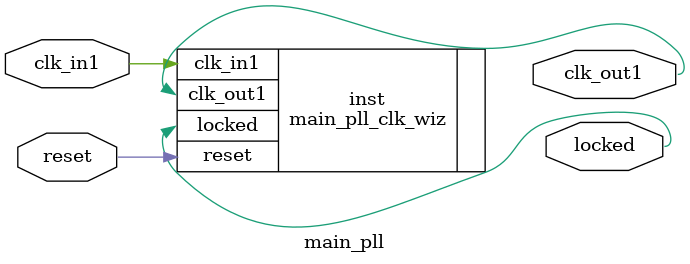
<source format=v>


`timescale 1ps/1ps

(* CORE_GENERATION_INFO = "main_pll,clk_wiz_v6_0_2_0_0,{component_name=main_pll,use_phase_alignment=true,use_min_o_jitter=false,use_max_i_jitter=false,use_dyn_phase_shift=false,use_inclk_switchover=false,use_dyn_reconfig=false,enable_axi=0,feedback_source=FDBK_AUTO,PRIMITIVE=MMCM,num_out_clk=1,clkin1_period=20.000,clkin2_period=10.0,use_power_down=false,use_reset=true,use_locked=true,use_inclk_stopped=false,feedback_type=SINGLE,CLOCK_MGR_TYPE=NA,manual_override=false}" *)

module main_pll 
 (
  // Clock out ports
  output        clk_out1,
  // Status and control signals
  input         reset,
  output        locked,
 // Clock in ports
  input         clk_in1
 );

  main_pll_clk_wiz inst
  (
  // Clock out ports  
  .clk_out1(clk_out1),
  // Status and control signals               
  .reset(reset), 
  .locked(locked),
 // Clock in ports
  .clk_in1(clk_in1)
  );

endmodule

</source>
